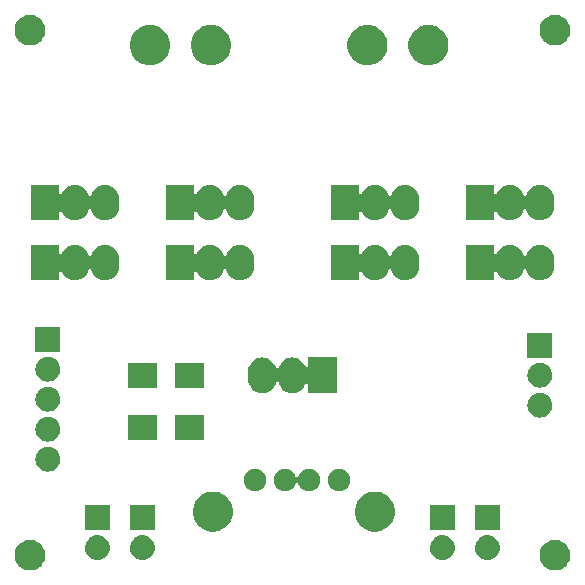
<source format=gbr>
G04 #@! TF.GenerationSoftware,KiCad,Pcbnew,(5.0.1)-4*
G04 #@! TF.CreationDate,2018-11-27T15:03:00-07:00*
G04 #@! TF.ProjectId,robot,726F626F742E6B696361645F70636200,rev?*
G04 #@! TF.SameCoordinates,Original*
G04 #@! TF.FileFunction,Soldermask,Top*
G04 #@! TF.FilePolarity,Negative*
%FSLAX46Y46*%
G04 Gerber Fmt 4.6, Leading zero omitted, Abs format (unit mm)*
G04 Created by KiCad (PCBNEW (5.0.1)-4) date 11/27/2018 3:03:00 PM*
%MOMM*%
%LPD*%
G01*
G04 APERTURE LIST*
%ADD10C,0.100000*%
G04 APERTURE END LIST*
D10*
G36*
X156589196Y-105429958D02*
X156825780Y-105527954D01*
X157038705Y-105670226D01*
X157219774Y-105851295D01*
X157362046Y-106064220D01*
X157460042Y-106300804D01*
X157510000Y-106551960D01*
X157510000Y-106808040D01*
X157460042Y-107059196D01*
X157362046Y-107295780D01*
X157219774Y-107508705D01*
X157038705Y-107689774D01*
X156825780Y-107832046D01*
X156589196Y-107930042D01*
X156338040Y-107980000D01*
X156081960Y-107980000D01*
X155830804Y-107930042D01*
X155594220Y-107832046D01*
X155381295Y-107689774D01*
X155200226Y-107508705D01*
X155057954Y-107295780D01*
X154959958Y-107059196D01*
X154910000Y-106808040D01*
X154910000Y-106551960D01*
X154959958Y-106300804D01*
X155057954Y-106064220D01*
X155200226Y-105851295D01*
X155381295Y-105670226D01*
X155594220Y-105527954D01*
X155830804Y-105429958D01*
X156081960Y-105380000D01*
X156338040Y-105380000D01*
X156589196Y-105429958D01*
X156589196Y-105429958D01*
G37*
G36*
X112139196Y-105429958D02*
X112375780Y-105527954D01*
X112588705Y-105670226D01*
X112769774Y-105851295D01*
X112912046Y-106064220D01*
X113010042Y-106300804D01*
X113060000Y-106551960D01*
X113060000Y-106808040D01*
X113010042Y-107059196D01*
X112912046Y-107295780D01*
X112769774Y-107508705D01*
X112588705Y-107689774D01*
X112375780Y-107832046D01*
X112139196Y-107930042D01*
X111888040Y-107980000D01*
X111631960Y-107980000D01*
X111380804Y-107930042D01*
X111144220Y-107832046D01*
X110931295Y-107689774D01*
X110750226Y-107508705D01*
X110607954Y-107295780D01*
X110509958Y-107059196D01*
X110460000Y-106808040D01*
X110460000Y-106551960D01*
X110509958Y-106300804D01*
X110607954Y-106064220D01*
X110750226Y-105851295D01*
X110931295Y-105670226D01*
X111144220Y-105527954D01*
X111380804Y-105429958D01*
X111631960Y-105380000D01*
X111888040Y-105380000D01*
X112139196Y-105429958D01*
X112139196Y-105429958D01*
G37*
G36*
X121413707Y-105002596D02*
X121490836Y-105010193D01*
X121622787Y-105050220D01*
X121688763Y-105070233D01*
X121871172Y-105167733D01*
X122031054Y-105298946D01*
X122162267Y-105458828D01*
X122259767Y-105641237D01*
X122279780Y-105707213D01*
X122319807Y-105839164D01*
X122340080Y-106045000D01*
X122319807Y-106250836D01*
X122304649Y-106300804D01*
X122259767Y-106448763D01*
X122162267Y-106631172D01*
X122031054Y-106791054D01*
X121871172Y-106922267D01*
X121688763Y-107019767D01*
X121622787Y-107039780D01*
X121490836Y-107079807D01*
X121413707Y-107087404D01*
X121336580Y-107095000D01*
X121233420Y-107095000D01*
X121156293Y-107087404D01*
X121079164Y-107079807D01*
X120947213Y-107039780D01*
X120881237Y-107019767D01*
X120698828Y-106922267D01*
X120538946Y-106791054D01*
X120407733Y-106631172D01*
X120310233Y-106448763D01*
X120265351Y-106300804D01*
X120250193Y-106250836D01*
X120229920Y-106045000D01*
X120250193Y-105839164D01*
X120290220Y-105707213D01*
X120310233Y-105641237D01*
X120407733Y-105458828D01*
X120538946Y-105298946D01*
X120698828Y-105167733D01*
X120881237Y-105070233D01*
X120947213Y-105050220D01*
X121079164Y-105010193D01*
X121156293Y-105002596D01*
X121233420Y-104995000D01*
X121336580Y-104995000D01*
X121413707Y-105002596D01*
X121413707Y-105002596D01*
G37*
G36*
X117603707Y-105002596D02*
X117680836Y-105010193D01*
X117812787Y-105050220D01*
X117878763Y-105070233D01*
X118061172Y-105167733D01*
X118221054Y-105298946D01*
X118352267Y-105458828D01*
X118449767Y-105641237D01*
X118469780Y-105707213D01*
X118509807Y-105839164D01*
X118530080Y-106045000D01*
X118509807Y-106250836D01*
X118494649Y-106300804D01*
X118449767Y-106448763D01*
X118352267Y-106631172D01*
X118221054Y-106791054D01*
X118061172Y-106922267D01*
X117878763Y-107019767D01*
X117812787Y-107039780D01*
X117680836Y-107079807D01*
X117603707Y-107087404D01*
X117526580Y-107095000D01*
X117423420Y-107095000D01*
X117346293Y-107087404D01*
X117269164Y-107079807D01*
X117137213Y-107039780D01*
X117071237Y-107019767D01*
X116888828Y-106922267D01*
X116728946Y-106791054D01*
X116597733Y-106631172D01*
X116500233Y-106448763D01*
X116455351Y-106300804D01*
X116440193Y-106250836D01*
X116419920Y-106045000D01*
X116440193Y-105839164D01*
X116480220Y-105707213D01*
X116500233Y-105641237D01*
X116597733Y-105458828D01*
X116728946Y-105298946D01*
X116888828Y-105167733D01*
X117071237Y-105070233D01*
X117137213Y-105050220D01*
X117269164Y-105010193D01*
X117346293Y-105002596D01*
X117423420Y-104995000D01*
X117526580Y-104995000D01*
X117603707Y-105002596D01*
X117603707Y-105002596D01*
G37*
G36*
X146813707Y-105002596D02*
X146890836Y-105010193D01*
X147022787Y-105050220D01*
X147088763Y-105070233D01*
X147271172Y-105167733D01*
X147431054Y-105298946D01*
X147562267Y-105458828D01*
X147659767Y-105641237D01*
X147679780Y-105707213D01*
X147719807Y-105839164D01*
X147740080Y-106045000D01*
X147719807Y-106250836D01*
X147704649Y-106300804D01*
X147659767Y-106448763D01*
X147562267Y-106631172D01*
X147431054Y-106791054D01*
X147271172Y-106922267D01*
X147088763Y-107019767D01*
X147022787Y-107039780D01*
X146890836Y-107079807D01*
X146813707Y-107087404D01*
X146736580Y-107095000D01*
X146633420Y-107095000D01*
X146556293Y-107087404D01*
X146479164Y-107079807D01*
X146347213Y-107039780D01*
X146281237Y-107019767D01*
X146098828Y-106922267D01*
X145938946Y-106791054D01*
X145807733Y-106631172D01*
X145710233Y-106448763D01*
X145665351Y-106300804D01*
X145650193Y-106250836D01*
X145629920Y-106045000D01*
X145650193Y-105839164D01*
X145690220Y-105707213D01*
X145710233Y-105641237D01*
X145807733Y-105458828D01*
X145938946Y-105298946D01*
X146098828Y-105167733D01*
X146281237Y-105070233D01*
X146347213Y-105050220D01*
X146479164Y-105010193D01*
X146556293Y-105002596D01*
X146633420Y-104995000D01*
X146736580Y-104995000D01*
X146813707Y-105002596D01*
X146813707Y-105002596D01*
G37*
G36*
X150623707Y-105002596D02*
X150700836Y-105010193D01*
X150832787Y-105050220D01*
X150898763Y-105070233D01*
X151081172Y-105167733D01*
X151241054Y-105298946D01*
X151372267Y-105458828D01*
X151469767Y-105641237D01*
X151489780Y-105707213D01*
X151529807Y-105839164D01*
X151550080Y-106045000D01*
X151529807Y-106250836D01*
X151514649Y-106300804D01*
X151469767Y-106448763D01*
X151372267Y-106631172D01*
X151241054Y-106791054D01*
X151081172Y-106922267D01*
X150898763Y-107019767D01*
X150832787Y-107039780D01*
X150700836Y-107079807D01*
X150623707Y-107087404D01*
X150546580Y-107095000D01*
X150443420Y-107095000D01*
X150366293Y-107087404D01*
X150289164Y-107079807D01*
X150157213Y-107039780D01*
X150091237Y-107019767D01*
X149908828Y-106922267D01*
X149748946Y-106791054D01*
X149617733Y-106631172D01*
X149520233Y-106448763D01*
X149475351Y-106300804D01*
X149460193Y-106250836D01*
X149439920Y-106045000D01*
X149460193Y-105839164D01*
X149500220Y-105707213D01*
X149520233Y-105641237D01*
X149617733Y-105458828D01*
X149748946Y-105298946D01*
X149908828Y-105167733D01*
X150091237Y-105070233D01*
X150157213Y-105050220D01*
X150289164Y-105010193D01*
X150366293Y-105002596D01*
X150443420Y-104995000D01*
X150546580Y-104995000D01*
X150623707Y-105002596D01*
X150623707Y-105002596D01*
G37*
G36*
X127636393Y-101343553D02*
X127745872Y-101365330D01*
X128055252Y-101493479D01*
X128333687Y-101679523D01*
X128570477Y-101916313D01*
X128756521Y-102194748D01*
X128884670Y-102504128D01*
X128950000Y-102832565D01*
X128950000Y-103167435D01*
X128884670Y-103495872D01*
X128756521Y-103805252D01*
X128570477Y-104083687D01*
X128333687Y-104320477D01*
X128055252Y-104506521D01*
X127745872Y-104634670D01*
X127636393Y-104656447D01*
X127417437Y-104700000D01*
X127082563Y-104700000D01*
X126863607Y-104656447D01*
X126754128Y-104634670D01*
X126444748Y-104506521D01*
X126166313Y-104320477D01*
X125929523Y-104083687D01*
X125743479Y-103805252D01*
X125615330Y-103495872D01*
X125550000Y-103167435D01*
X125550000Y-102832565D01*
X125615330Y-102504128D01*
X125743479Y-102194748D01*
X125929523Y-101916313D01*
X126166313Y-101679523D01*
X126444748Y-101493479D01*
X126754128Y-101365330D01*
X126863607Y-101343553D01*
X127082563Y-101300000D01*
X127417437Y-101300000D01*
X127636393Y-101343553D01*
X127636393Y-101343553D01*
G37*
G36*
X141356393Y-101343553D02*
X141465872Y-101365330D01*
X141775252Y-101493479D01*
X142053687Y-101679523D01*
X142290477Y-101916313D01*
X142476521Y-102194748D01*
X142604670Y-102504128D01*
X142670000Y-102832565D01*
X142670000Y-103167435D01*
X142604670Y-103495872D01*
X142476521Y-103805252D01*
X142290477Y-104083687D01*
X142053687Y-104320477D01*
X141775252Y-104506521D01*
X141465872Y-104634670D01*
X141356393Y-104656447D01*
X141137437Y-104700000D01*
X140802563Y-104700000D01*
X140583607Y-104656447D01*
X140474128Y-104634670D01*
X140164748Y-104506521D01*
X139886313Y-104320477D01*
X139649523Y-104083687D01*
X139463479Y-103805252D01*
X139335330Y-103495872D01*
X139270000Y-103167435D01*
X139270000Y-102832565D01*
X139335330Y-102504128D01*
X139463479Y-102194748D01*
X139649523Y-101916313D01*
X139886313Y-101679523D01*
X140164748Y-101493479D01*
X140474128Y-101365330D01*
X140583607Y-101343553D01*
X140802563Y-101300000D01*
X141137437Y-101300000D01*
X141356393Y-101343553D01*
X141356393Y-101343553D01*
G37*
G36*
X147735000Y-104555000D02*
X145635000Y-104555000D01*
X145635000Y-102455000D01*
X147735000Y-102455000D01*
X147735000Y-104555000D01*
X147735000Y-104555000D01*
G37*
G36*
X151545000Y-104555000D02*
X149445000Y-104555000D01*
X149445000Y-102455000D01*
X151545000Y-102455000D01*
X151545000Y-104555000D01*
X151545000Y-104555000D01*
G37*
G36*
X118525000Y-104555000D02*
X116425000Y-104555000D01*
X116425000Y-102455000D01*
X118525000Y-102455000D01*
X118525000Y-104555000D01*
X118525000Y-104555000D01*
G37*
G36*
X122335000Y-104555000D02*
X120235000Y-104555000D01*
X120235000Y-102455000D01*
X122335000Y-102455000D01*
X122335000Y-104555000D01*
X122335000Y-104555000D01*
G37*
G36*
X138059451Y-99389127D02*
X138197105Y-99416508D01*
X138369994Y-99488121D01*
X138525590Y-99592087D01*
X138657913Y-99724410D01*
X138761879Y-99880006D01*
X138833492Y-100052895D01*
X138870000Y-100236433D01*
X138870000Y-100423567D01*
X138833492Y-100607105D01*
X138761879Y-100779994D01*
X138657913Y-100935590D01*
X138525590Y-101067913D01*
X138369994Y-101171879D01*
X138197105Y-101243492D01*
X138059451Y-101270873D01*
X138013568Y-101280000D01*
X137826432Y-101280000D01*
X137780549Y-101270873D01*
X137642895Y-101243492D01*
X137470006Y-101171879D01*
X137314410Y-101067913D01*
X137182087Y-100935590D01*
X137078121Y-100779994D01*
X137006508Y-100607105D01*
X136970000Y-100423567D01*
X136970000Y-100236433D01*
X137006508Y-100052895D01*
X137078121Y-99880006D01*
X137182087Y-99724410D01*
X137314410Y-99592087D01*
X137470006Y-99488121D01*
X137642895Y-99416508D01*
X137780549Y-99389127D01*
X137826432Y-99380000D01*
X138013568Y-99380000D01*
X138059451Y-99389127D01*
X138059451Y-99389127D01*
G37*
G36*
X130949451Y-99389127D02*
X131087105Y-99416508D01*
X131259994Y-99488121D01*
X131415590Y-99592087D01*
X131547913Y-99724410D01*
X131651879Y-99880006D01*
X131723492Y-100052895D01*
X131760000Y-100236433D01*
X131760000Y-100423567D01*
X131723492Y-100607105D01*
X131651879Y-100779994D01*
X131547913Y-100935590D01*
X131415590Y-101067913D01*
X131259994Y-101171879D01*
X131087105Y-101243492D01*
X130949451Y-101270873D01*
X130903568Y-101280000D01*
X130716432Y-101280000D01*
X130670549Y-101270873D01*
X130532895Y-101243492D01*
X130360006Y-101171879D01*
X130204410Y-101067913D01*
X130072087Y-100935590D01*
X129968121Y-100779994D01*
X129896508Y-100607105D01*
X129860000Y-100423567D01*
X129860000Y-100236433D01*
X129896508Y-100052895D01*
X129968121Y-99880006D01*
X130072087Y-99724410D01*
X130204410Y-99592087D01*
X130360006Y-99488121D01*
X130532895Y-99416508D01*
X130670549Y-99389127D01*
X130716432Y-99380000D01*
X130903568Y-99380000D01*
X130949451Y-99389127D01*
X130949451Y-99389127D01*
G37*
G36*
X133489451Y-99389127D02*
X133627105Y-99416508D01*
X133799994Y-99488121D01*
X133955590Y-99592087D01*
X134087913Y-99724410D01*
X134191879Y-99880006D01*
X134249518Y-100019158D01*
X134261067Y-100040764D01*
X134276612Y-100059706D01*
X134295554Y-100075251D01*
X134317165Y-100086802D01*
X134340614Y-100093915D01*
X134365000Y-100096317D01*
X134389387Y-100093915D01*
X134412836Y-100086802D01*
X134434447Y-100075250D01*
X134453389Y-100059705D01*
X134468934Y-100040763D01*
X134480482Y-100019158D01*
X134538121Y-99880006D01*
X134642087Y-99724410D01*
X134774410Y-99592087D01*
X134930006Y-99488121D01*
X135102895Y-99416508D01*
X135240549Y-99389127D01*
X135286432Y-99380000D01*
X135473568Y-99380000D01*
X135519451Y-99389127D01*
X135657105Y-99416508D01*
X135829994Y-99488121D01*
X135985590Y-99592087D01*
X136117913Y-99724410D01*
X136221879Y-99880006D01*
X136293492Y-100052895D01*
X136330000Y-100236433D01*
X136330000Y-100423567D01*
X136293492Y-100607105D01*
X136221879Y-100779994D01*
X136117913Y-100935590D01*
X135985590Y-101067913D01*
X135829994Y-101171879D01*
X135657105Y-101243492D01*
X135519451Y-101270873D01*
X135473568Y-101280000D01*
X135286432Y-101280000D01*
X135240549Y-101270873D01*
X135102895Y-101243492D01*
X134930006Y-101171879D01*
X134774410Y-101067913D01*
X134642087Y-100935590D01*
X134538121Y-100779994D01*
X134480482Y-100640842D01*
X134468933Y-100619236D01*
X134453388Y-100600294D01*
X134434446Y-100584749D01*
X134412835Y-100573198D01*
X134389386Y-100566085D01*
X134365000Y-100563683D01*
X134340613Y-100566085D01*
X134317164Y-100573198D01*
X134295553Y-100584750D01*
X134276611Y-100600295D01*
X134261066Y-100619237D01*
X134249518Y-100640842D01*
X134191879Y-100779994D01*
X134087913Y-100935590D01*
X133955590Y-101067913D01*
X133799994Y-101171879D01*
X133627105Y-101243492D01*
X133489451Y-101270873D01*
X133443568Y-101280000D01*
X133256432Y-101280000D01*
X133210549Y-101270873D01*
X133072895Y-101243492D01*
X132900006Y-101171879D01*
X132744410Y-101067913D01*
X132612087Y-100935590D01*
X132508121Y-100779994D01*
X132436508Y-100607105D01*
X132400000Y-100423567D01*
X132400000Y-100236433D01*
X132436508Y-100052895D01*
X132508121Y-99880006D01*
X132612087Y-99724410D01*
X132744410Y-99592087D01*
X132900006Y-99488121D01*
X133072895Y-99416508D01*
X133210549Y-99389127D01*
X133256432Y-99380000D01*
X133443568Y-99380000D01*
X133489451Y-99389127D01*
X133489451Y-99389127D01*
G37*
G36*
X113412707Y-97509596D02*
X113489836Y-97517193D01*
X113621787Y-97557220D01*
X113687763Y-97577233D01*
X113870172Y-97674733D01*
X114030054Y-97805946D01*
X114161267Y-97965828D01*
X114258767Y-98148237D01*
X114258767Y-98148238D01*
X114318807Y-98346164D01*
X114339080Y-98552000D01*
X114318807Y-98757836D01*
X114278780Y-98889787D01*
X114258767Y-98955763D01*
X114161267Y-99138172D01*
X114030054Y-99298054D01*
X113870172Y-99429267D01*
X113687763Y-99526767D01*
X113621787Y-99546780D01*
X113489836Y-99586807D01*
X113412707Y-99594403D01*
X113335580Y-99602000D01*
X113232420Y-99602000D01*
X113155293Y-99594403D01*
X113078164Y-99586807D01*
X112946213Y-99546780D01*
X112880237Y-99526767D01*
X112697828Y-99429267D01*
X112537946Y-99298054D01*
X112406733Y-99138172D01*
X112309233Y-98955763D01*
X112289220Y-98889787D01*
X112249193Y-98757836D01*
X112228920Y-98552000D01*
X112249193Y-98346164D01*
X112309233Y-98148238D01*
X112309233Y-98148237D01*
X112406733Y-97965828D01*
X112537946Y-97805946D01*
X112697828Y-97674733D01*
X112880237Y-97577233D01*
X112946213Y-97557220D01*
X113078164Y-97517193D01*
X113155293Y-97509596D01*
X113232420Y-97502000D01*
X113335580Y-97502000D01*
X113412707Y-97509596D01*
X113412707Y-97509596D01*
G37*
G36*
X113412707Y-94969596D02*
X113489836Y-94977193D01*
X113613833Y-95014807D01*
X113687763Y-95037233D01*
X113870172Y-95134733D01*
X114030054Y-95265946D01*
X114161267Y-95425828D01*
X114258767Y-95608237D01*
X114258767Y-95608238D01*
X114318807Y-95806164D01*
X114339080Y-96012000D01*
X114318807Y-96217836D01*
X114278780Y-96349787D01*
X114258767Y-96415763D01*
X114161267Y-96598172D01*
X114030054Y-96758054D01*
X113870172Y-96889267D01*
X113687763Y-96986767D01*
X113621787Y-97006780D01*
X113489836Y-97046807D01*
X113412707Y-97054403D01*
X113335580Y-97062000D01*
X113232420Y-97062000D01*
X113155293Y-97054403D01*
X113078164Y-97046807D01*
X112946213Y-97006780D01*
X112880237Y-96986767D01*
X112697828Y-96889267D01*
X112537946Y-96758054D01*
X112406733Y-96598172D01*
X112309233Y-96415763D01*
X112289220Y-96349787D01*
X112249193Y-96217836D01*
X112228920Y-96012000D01*
X112249193Y-95806164D01*
X112309233Y-95608238D01*
X112309233Y-95608237D01*
X112406733Y-95425828D01*
X112537946Y-95265946D01*
X112697828Y-95134733D01*
X112880237Y-95037233D01*
X112954167Y-95014807D01*
X113078164Y-94977193D01*
X113155293Y-94969596D01*
X113232420Y-94962000D01*
X113335580Y-94962000D01*
X113412707Y-94969596D01*
X113412707Y-94969596D01*
G37*
G36*
X126485000Y-96935000D02*
X124085000Y-96935000D01*
X124085000Y-94835000D01*
X126485000Y-94835000D01*
X126485000Y-96935000D01*
X126485000Y-96935000D01*
G37*
G36*
X122485000Y-96935000D02*
X120085000Y-96935000D01*
X120085000Y-94835000D01*
X122485000Y-94835000D01*
X122485000Y-96935000D01*
X122485000Y-96935000D01*
G37*
G36*
X155068707Y-92937596D02*
X155145836Y-92945193D01*
X155277787Y-92985220D01*
X155343763Y-93005233D01*
X155526172Y-93102733D01*
X155686054Y-93233946D01*
X155817267Y-93393828D01*
X155914767Y-93576237D01*
X155914767Y-93576238D01*
X155974807Y-93774164D01*
X155995080Y-93980000D01*
X155974807Y-94185836D01*
X155934780Y-94317787D01*
X155914767Y-94383763D01*
X155817267Y-94566172D01*
X155686054Y-94726054D01*
X155526172Y-94857267D01*
X155343763Y-94954767D01*
X155277787Y-94974780D01*
X155145836Y-95014807D01*
X155068707Y-95022403D01*
X154991580Y-95030000D01*
X154888420Y-95030000D01*
X154811293Y-95022403D01*
X154734164Y-95014807D01*
X154602213Y-94974780D01*
X154536237Y-94954767D01*
X154353828Y-94857267D01*
X154193946Y-94726054D01*
X154062733Y-94566172D01*
X153965233Y-94383763D01*
X153945220Y-94317787D01*
X153905193Y-94185836D01*
X153884920Y-93980000D01*
X153905193Y-93774164D01*
X153965233Y-93576238D01*
X153965233Y-93576237D01*
X154062733Y-93393828D01*
X154193946Y-93233946D01*
X154353828Y-93102733D01*
X154536237Y-93005233D01*
X154602213Y-92985220D01*
X154734164Y-92945193D01*
X154811293Y-92937596D01*
X154888420Y-92930000D01*
X154991580Y-92930000D01*
X155068707Y-92937596D01*
X155068707Y-92937596D01*
G37*
G36*
X113412707Y-92429597D02*
X113489836Y-92437193D01*
X113613833Y-92474807D01*
X113687763Y-92497233D01*
X113870172Y-92594733D01*
X114030054Y-92725946D01*
X114161267Y-92885828D01*
X114258767Y-93068237D01*
X114258767Y-93068238D01*
X114318807Y-93266164D01*
X114339080Y-93472000D01*
X114318807Y-93677836D01*
X114289586Y-93774164D01*
X114258767Y-93875763D01*
X114161267Y-94058172D01*
X114030054Y-94218054D01*
X113870172Y-94349267D01*
X113687763Y-94446767D01*
X113621787Y-94466780D01*
X113489836Y-94506807D01*
X113412707Y-94514403D01*
X113335580Y-94522000D01*
X113232420Y-94522000D01*
X113155293Y-94514403D01*
X113078164Y-94506807D01*
X112946213Y-94466780D01*
X112880237Y-94446767D01*
X112697828Y-94349267D01*
X112537946Y-94218054D01*
X112406733Y-94058172D01*
X112309233Y-93875763D01*
X112278414Y-93774164D01*
X112249193Y-93677836D01*
X112228920Y-93472000D01*
X112249193Y-93266164D01*
X112309233Y-93068238D01*
X112309233Y-93068237D01*
X112406733Y-92885828D01*
X112537946Y-92725946D01*
X112697828Y-92594733D01*
X112880237Y-92497233D01*
X112954167Y-92474807D01*
X113078164Y-92437193D01*
X113155293Y-92429597D01*
X113232420Y-92422000D01*
X113335580Y-92422000D01*
X113412707Y-92429597D01*
X113412707Y-92429597D01*
G37*
G36*
X134220241Y-89957363D02*
X134446442Y-90025981D01*
X134446444Y-90025982D01*
X134446447Y-90025983D01*
X134654910Y-90137408D01*
X134837634Y-90287366D01*
X134987592Y-90470090D01*
X135089760Y-90661234D01*
X135103374Y-90681609D01*
X135120701Y-90698936D01*
X135141075Y-90712550D01*
X135163714Y-90721927D01*
X135187748Y-90726708D01*
X135212252Y-90726708D01*
X135236285Y-90721928D01*
X135258924Y-90712550D01*
X135279299Y-90698936D01*
X135296626Y-90681609D01*
X135310240Y-90661235D01*
X135319617Y-90638596D01*
X135324398Y-90614562D01*
X135325000Y-90602310D01*
X135325000Y-89940000D01*
X137725000Y-89940000D01*
X137725000Y-92940000D01*
X135325000Y-92940000D01*
X135325000Y-92277690D01*
X135322598Y-92253304D01*
X135315485Y-92229855D01*
X135303934Y-92208244D01*
X135288388Y-92189302D01*
X135269446Y-92173756D01*
X135247835Y-92162205D01*
X135224386Y-92155092D01*
X135200000Y-92152690D01*
X135175614Y-92155092D01*
X135152165Y-92162205D01*
X135130554Y-92173756D01*
X135111612Y-92189302D01*
X135096066Y-92208244D01*
X135089760Y-92218766D01*
X134987592Y-92409910D01*
X134837637Y-92592631D01*
X134837635Y-92592632D01*
X134837634Y-92592634D01*
X134837630Y-92592637D01*
X134654905Y-92742594D01*
X134446446Y-92854017D01*
X134446443Y-92854018D01*
X134446441Y-92854019D01*
X134220240Y-92922637D01*
X133985000Y-92945806D01*
X133749759Y-92922637D01*
X133523558Y-92854019D01*
X133523556Y-92854018D01*
X133523553Y-92854017D01*
X133315090Y-92742592D01*
X133132369Y-92592637D01*
X133132368Y-92592635D01*
X133132366Y-92592634D01*
X132982409Y-92409909D01*
X132982408Y-92409908D01*
X132982406Y-92409905D01*
X132870980Y-92201441D01*
X132834617Y-92081568D01*
X132825240Y-92058929D01*
X132811626Y-92038555D01*
X132794299Y-92021228D01*
X132773924Y-92007614D01*
X132751285Y-91998236D01*
X132727252Y-91993456D01*
X132702748Y-91993456D01*
X132678714Y-91998237D01*
X132656075Y-92007614D01*
X132635701Y-92021228D01*
X132618374Y-92038555D01*
X132604760Y-92058930D01*
X132595384Y-92081565D01*
X132595383Y-92081568D01*
X132595382Y-92081569D01*
X132559018Y-92201446D01*
X132447592Y-92409910D01*
X132297637Y-92592631D01*
X132297635Y-92592632D01*
X132297634Y-92592634D01*
X132297630Y-92592637D01*
X132114905Y-92742594D01*
X131906446Y-92854017D01*
X131906443Y-92854018D01*
X131906441Y-92854019D01*
X131680240Y-92922637D01*
X131445000Y-92945806D01*
X131209759Y-92922637D01*
X130983558Y-92854019D01*
X130983556Y-92854018D01*
X130983553Y-92854017D01*
X130775090Y-92742592D01*
X130592369Y-92592637D01*
X130592368Y-92592635D01*
X130592366Y-92592634D01*
X130442409Y-92409909D01*
X130442408Y-92409908D01*
X130442406Y-92409905D01*
X130330983Y-92201446D01*
X130327299Y-92189302D01*
X130262363Y-91975240D01*
X130245000Y-91798949D01*
X130245000Y-91081050D01*
X130262363Y-90904759D01*
X130330981Y-90678558D01*
X130330983Y-90678554D01*
X130330983Y-90678553D01*
X130442408Y-90470090D01*
X130592367Y-90287366D01*
X130775091Y-90137408D01*
X130983554Y-90025983D01*
X130983557Y-90025982D01*
X130983559Y-90025981D01*
X131209760Y-89957363D01*
X131445000Y-89934194D01*
X131680241Y-89957363D01*
X131906442Y-90025981D01*
X131906444Y-90025982D01*
X131906447Y-90025983D01*
X132114910Y-90137408D01*
X132297634Y-90287366D01*
X132447592Y-90470090D01*
X132559018Y-90678554D01*
X132595382Y-90798431D01*
X132604760Y-90821071D01*
X132618374Y-90841445D01*
X132635701Y-90858772D01*
X132656075Y-90872386D01*
X132678714Y-90881764D01*
X132702748Y-90886544D01*
X132727252Y-90886544D01*
X132751285Y-90881764D01*
X132773925Y-90872386D01*
X132794299Y-90858772D01*
X132811626Y-90841445D01*
X132825240Y-90821071D01*
X132834618Y-90798431D01*
X132870982Y-90678554D01*
X132982408Y-90470090D01*
X133132367Y-90287366D01*
X133315091Y-90137408D01*
X133523554Y-90025983D01*
X133523557Y-90025982D01*
X133523559Y-90025981D01*
X133749760Y-89957363D01*
X133985000Y-89934194D01*
X134220241Y-89957363D01*
X134220241Y-89957363D01*
G37*
G36*
X155068707Y-90397597D02*
X155145836Y-90405193D01*
X155277787Y-90445220D01*
X155343763Y-90465233D01*
X155526172Y-90562733D01*
X155686054Y-90693946D01*
X155817267Y-90853828D01*
X155914767Y-91036237D01*
X155914767Y-91036238D01*
X155974807Y-91234164D01*
X155995080Y-91440000D01*
X155974807Y-91645836D01*
X155934780Y-91777787D01*
X155914767Y-91843763D01*
X155817267Y-92026172D01*
X155686054Y-92186054D01*
X155526172Y-92317267D01*
X155343763Y-92414767D01*
X155277787Y-92434780D01*
X155145836Y-92474807D01*
X155068707Y-92482403D01*
X154991580Y-92490000D01*
X154888420Y-92490000D01*
X154811293Y-92482404D01*
X154734164Y-92474807D01*
X154602213Y-92434780D01*
X154536237Y-92414767D01*
X154353828Y-92317267D01*
X154193946Y-92186054D01*
X154062733Y-92026172D01*
X153965233Y-91843763D01*
X153945220Y-91777787D01*
X153905193Y-91645836D01*
X153884920Y-91440000D01*
X153905193Y-91234164D01*
X153965233Y-91036238D01*
X153965233Y-91036237D01*
X154062733Y-90853828D01*
X154193946Y-90693946D01*
X154353828Y-90562733D01*
X154536237Y-90465233D01*
X154602213Y-90445220D01*
X154734164Y-90405193D01*
X154811293Y-90397597D01*
X154888420Y-90390000D01*
X154991580Y-90390000D01*
X155068707Y-90397597D01*
X155068707Y-90397597D01*
G37*
G36*
X122485000Y-92490000D02*
X120085000Y-92490000D01*
X120085000Y-90390000D01*
X122485000Y-90390000D01*
X122485000Y-92490000D01*
X122485000Y-92490000D01*
G37*
G36*
X126485000Y-92490000D02*
X124085000Y-92490000D01*
X124085000Y-90390000D01*
X126485000Y-90390000D01*
X126485000Y-92490000D01*
X126485000Y-92490000D01*
G37*
G36*
X113412707Y-89889596D02*
X113489836Y-89897193D01*
X113611812Y-89934194D01*
X113687763Y-89957233D01*
X113870172Y-90054733D01*
X114030054Y-90185946D01*
X114161267Y-90345828D01*
X114258767Y-90528237D01*
X114258767Y-90528238D01*
X114318807Y-90726164D01*
X114339080Y-90932000D01*
X114318807Y-91137836D01*
X114289586Y-91234164D01*
X114258767Y-91335763D01*
X114161267Y-91518172D01*
X114030054Y-91678054D01*
X113870172Y-91809267D01*
X113687763Y-91906767D01*
X113621787Y-91926780D01*
X113489836Y-91966807D01*
X113412707Y-91974403D01*
X113335580Y-91982000D01*
X113232420Y-91982000D01*
X113155293Y-91974403D01*
X113078164Y-91966807D01*
X112946213Y-91926780D01*
X112880237Y-91906767D01*
X112697828Y-91809267D01*
X112537946Y-91678054D01*
X112406733Y-91518172D01*
X112309233Y-91335763D01*
X112278414Y-91234164D01*
X112249193Y-91137836D01*
X112228920Y-90932000D01*
X112249193Y-90726164D01*
X112309233Y-90528238D01*
X112309233Y-90528237D01*
X112406733Y-90345828D01*
X112537946Y-90185946D01*
X112697828Y-90054733D01*
X112880237Y-89957233D01*
X112956188Y-89934194D01*
X113078164Y-89897193D01*
X113155293Y-89889596D01*
X113232420Y-89882000D01*
X113335580Y-89882000D01*
X113412707Y-89889596D01*
X113412707Y-89889596D01*
G37*
G36*
X155990000Y-89950000D02*
X153890000Y-89950000D01*
X153890000Y-87850000D01*
X155990000Y-87850000D01*
X155990000Y-89950000D01*
X155990000Y-89950000D01*
G37*
G36*
X114334000Y-89442000D02*
X112234000Y-89442000D01*
X112234000Y-87342000D01*
X114334000Y-87342000D01*
X114334000Y-89442000D01*
X114334000Y-89442000D01*
G37*
G36*
X129775240Y-80432363D02*
X130001441Y-80500981D01*
X130001443Y-80500982D01*
X130001446Y-80500983D01*
X130209905Y-80612406D01*
X130209908Y-80612408D01*
X130209909Y-80612409D01*
X130392634Y-80762366D01*
X130392635Y-80762368D01*
X130392637Y-80762369D01*
X130542592Y-80945090D01*
X130654017Y-81153553D01*
X130654017Y-81153554D01*
X130654019Y-81153558D01*
X130722637Y-81379759D01*
X130740000Y-81556050D01*
X130740000Y-82273949D01*
X130722637Y-82450240D01*
X130697250Y-82533929D01*
X130654018Y-82676446D01*
X130542592Y-82884910D01*
X130392634Y-83067634D01*
X130209910Y-83217592D01*
X130001447Y-83329017D01*
X130001444Y-83329018D01*
X130001442Y-83329019D01*
X129775241Y-83397637D01*
X129540000Y-83420806D01*
X129304760Y-83397637D01*
X129078559Y-83329019D01*
X129078557Y-83329018D01*
X129078554Y-83329017D01*
X128870091Y-83217592D01*
X128687367Y-83067634D01*
X128537408Y-82884910D01*
X128425982Y-82676446D01*
X128389618Y-82556569D01*
X128380240Y-82533929D01*
X128366626Y-82513555D01*
X128349299Y-82496228D01*
X128328925Y-82482614D01*
X128306286Y-82473236D01*
X128282252Y-82468456D01*
X128257748Y-82468456D01*
X128233715Y-82473236D01*
X128211075Y-82482614D01*
X128190701Y-82496228D01*
X128173374Y-82513555D01*
X128159760Y-82533929D01*
X128150382Y-82556569D01*
X128114018Y-82676446D01*
X128002592Y-82884910D01*
X127852634Y-83067634D01*
X127669910Y-83217592D01*
X127461447Y-83329017D01*
X127461444Y-83329018D01*
X127461442Y-83329019D01*
X127235241Y-83397637D01*
X127000000Y-83420806D01*
X126764760Y-83397637D01*
X126538559Y-83329019D01*
X126538557Y-83329018D01*
X126538554Y-83329017D01*
X126330091Y-83217592D01*
X126147367Y-83067634D01*
X125997408Y-82884910D01*
X125895240Y-82693766D01*
X125881626Y-82673391D01*
X125864299Y-82656064D01*
X125843925Y-82642450D01*
X125821286Y-82633073D01*
X125797252Y-82628292D01*
X125772748Y-82628292D01*
X125748715Y-82633072D01*
X125726076Y-82642450D01*
X125705701Y-82656064D01*
X125688374Y-82673391D01*
X125674760Y-82693765D01*
X125665383Y-82716404D01*
X125660602Y-82740438D01*
X125660000Y-82752690D01*
X125660000Y-83415000D01*
X123260000Y-83415000D01*
X123260000Y-80415000D01*
X125660000Y-80415000D01*
X125660000Y-81077311D01*
X125662402Y-81101697D01*
X125669515Y-81125146D01*
X125681066Y-81146757D01*
X125696612Y-81165699D01*
X125715554Y-81181245D01*
X125737165Y-81192796D01*
X125760614Y-81199909D01*
X125785000Y-81202311D01*
X125809386Y-81199909D01*
X125832835Y-81192796D01*
X125854446Y-81181245D01*
X125873388Y-81165699D01*
X125888934Y-81146757D01*
X125895240Y-81136235D01*
X125997406Y-80945095D01*
X126147364Y-80762369D01*
X126147366Y-80762366D01*
X126147368Y-80762365D01*
X126147369Y-80762363D01*
X126330090Y-80612408D01*
X126538553Y-80500983D01*
X126538556Y-80500982D01*
X126538558Y-80500981D01*
X126764759Y-80432363D01*
X127000000Y-80409194D01*
X127235240Y-80432363D01*
X127461441Y-80500981D01*
X127461443Y-80500982D01*
X127461446Y-80500983D01*
X127669905Y-80612406D01*
X127669908Y-80612408D01*
X127669909Y-80612409D01*
X127852634Y-80762366D01*
X127852635Y-80762368D01*
X127852637Y-80762369D01*
X128002592Y-80945090D01*
X128114018Y-81153554D01*
X128117702Y-81165699D01*
X128150384Y-81273435D01*
X128159760Y-81296071D01*
X128173374Y-81316445D01*
X128190701Y-81333772D01*
X128211075Y-81347386D01*
X128233714Y-81356764D01*
X128257748Y-81361544D01*
X128282252Y-81361544D01*
X128306285Y-81356764D01*
X128328925Y-81347386D01*
X128349299Y-81333772D01*
X128366626Y-81316445D01*
X128380240Y-81296071D01*
X128389617Y-81273432D01*
X128425980Y-81153559D01*
X128537406Y-80945095D01*
X128687364Y-80762369D01*
X128687366Y-80762366D01*
X128687368Y-80762365D01*
X128687369Y-80762363D01*
X128870090Y-80612408D01*
X129078553Y-80500983D01*
X129078556Y-80500982D01*
X129078558Y-80500981D01*
X129304759Y-80432363D01*
X129540000Y-80409194D01*
X129775240Y-80432363D01*
X129775240Y-80432363D01*
G37*
G36*
X143745240Y-80432363D02*
X143971441Y-80500981D01*
X143971443Y-80500982D01*
X143971446Y-80500983D01*
X144179905Y-80612406D01*
X144179908Y-80612408D01*
X144179909Y-80612409D01*
X144362634Y-80762366D01*
X144362635Y-80762368D01*
X144362637Y-80762369D01*
X144512592Y-80945090D01*
X144624017Y-81153553D01*
X144624017Y-81153554D01*
X144624019Y-81153558D01*
X144692637Y-81379759D01*
X144710000Y-81556050D01*
X144710000Y-82273949D01*
X144692637Y-82450240D01*
X144667250Y-82533929D01*
X144624018Y-82676446D01*
X144512592Y-82884910D01*
X144362634Y-83067634D01*
X144179910Y-83217592D01*
X143971447Y-83329017D01*
X143971444Y-83329018D01*
X143971442Y-83329019D01*
X143745241Y-83397637D01*
X143510000Y-83420806D01*
X143274760Y-83397637D01*
X143048559Y-83329019D01*
X143048557Y-83329018D01*
X143048554Y-83329017D01*
X142840091Y-83217592D01*
X142657367Y-83067634D01*
X142507408Y-82884910D01*
X142395982Y-82676446D01*
X142359618Y-82556569D01*
X142350240Y-82533929D01*
X142336626Y-82513555D01*
X142319299Y-82496228D01*
X142298925Y-82482614D01*
X142276286Y-82473236D01*
X142252252Y-82468456D01*
X142227748Y-82468456D01*
X142203715Y-82473236D01*
X142181075Y-82482614D01*
X142160701Y-82496228D01*
X142143374Y-82513555D01*
X142129760Y-82533929D01*
X142120382Y-82556569D01*
X142084018Y-82676446D01*
X141972592Y-82884910D01*
X141822634Y-83067634D01*
X141639910Y-83217592D01*
X141431447Y-83329017D01*
X141431444Y-83329018D01*
X141431442Y-83329019D01*
X141205241Y-83397637D01*
X140970000Y-83420806D01*
X140734760Y-83397637D01*
X140508559Y-83329019D01*
X140508557Y-83329018D01*
X140508554Y-83329017D01*
X140300091Y-83217592D01*
X140117367Y-83067634D01*
X139967408Y-82884910D01*
X139865240Y-82693766D01*
X139851626Y-82673391D01*
X139834299Y-82656064D01*
X139813925Y-82642450D01*
X139791286Y-82633073D01*
X139767252Y-82628292D01*
X139742748Y-82628292D01*
X139718715Y-82633072D01*
X139696076Y-82642450D01*
X139675701Y-82656064D01*
X139658374Y-82673391D01*
X139644760Y-82693765D01*
X139635383Y-82716404D01*
X139630602Y-82740438D01*
X139630000Y-82752690D01*
X139630000Y-83415000D01*
X137230000Y-83415000D01*
X137230000Y-80415000D01*
X139630000Y-80415000D01*
X139630000Y-81077311D01*
X139632402Y-81101697D01*
X139639515Y-81125146D01*
X139651066Y-81146757D01*
X139666612Y-81165699D01*
X139685554Y-81181245D01*
X139707165Y-81192796D01*
X139730614Y-81199909D01*
X139755000Y-81202311D01*
X139779386Y-81199909D01*
X139802835Y-81192796D01*
X139824446Y-81181245D01*
X139843388Y-81165699D01*
X139858934Y-81146757D01*
X139865240Y-81136235D01*
X139967406Y-80945095D01*
X140117364Y-80762369D01*
X140117366Y-80762366D01*
X140117368Y-80762365D01*
X140117369Y-80762363D01*
X140300090Y-80612408D01*
X140508553Y-80500983D01*
X140508556Y-80500982D01*
X140508558Y-80500981D01*
X140734759Y-80432363D01*
X140970000Y-80409194D01*
X141205240Y-80432363D01*
X141431441Y-80500981D01*
X141431443Y-80500982D01*
X141431446Y-80500983D01*
X141639905Y-80612406D01*
X141639908Y-80612408D01*
X141639909Y-80612409D01*
X141822634Y-80762366D01*
X141822635Y-80762368D01*
X141822637Y-80762369D01*
X141972592Y-80945090D01*
X142084018Y-81153554D01*
X142087702Y-81165699D01*
X142120384Y-81273435D01*
X142129760Y-81296071D01*
X142143374Y-81316445D01*
X142160701Y-81333772D01*
X142181075Y-81347386D01*
X142203714Y-81356764D01*
X142227748Y-81361544D01*
X142252252Y-81361544D01*
X142276285Y-81356764D01*
X142298925Y-81347386D01*
X142319299Y-81333772D01*
X142336626Y-81316445D01*
X142350240Y-81296071D01*
X142359617Y-81273432D01*
X142395980Y-81153559D01*
X142507406Y-80945095D01*
X142657364Y-80762369D01*
X142657366Y-80762366D01*
X142657368Y-80762365D01*
X142657369Y-80762363D01*
X142840090Y-80612408D01*
X143048553Y-80500983D01*
X143048556Y-80500982D01*
X143048558Y-80500981D01*
X143274759Y-80432363D01*
X143510000Y-80409194D01*
X143745240Y-80432363D01*
X143745240Y-80432363D01*
G37*
G36*
X155175240Y-80432363D02*
X155401441Y-80500981D01*
X155401443Y-80500982D01*
X155401446Y-80500983D01*
X155609905Y-80612406D01*
X155609908Y-80612408D01*
X155609909Y-80612409D01*
X155792634Y-80762366D01*
X155792635Y-80762368D01*
X155792637Y-80762369D01*
X155942592Y-80945090D01*
X156054017Y-81153553D01*
X156054017Y-81153554D01*
X156054019Y-81153558D01*
X156122637Y-81379759D01*
X156140000Y-81556050D01*
X156140000Y-82273949D01*
X156122637Y-82450240D01*
X156097250Y-82533929D01*
X156054018Y-82676446D01*
X155942592Y-82884910D01*
X155792634Y-83067634D01*
X155609910Y-83217592D01*
X155401447Y-83329017D01*
X155401444Y-83329018D01*
X155401442Y-83329019D01*
X155175241Y-83397637D01*
X154940000Y-83420806D01*
X154704760Y-83397637D01*
X154478559Y-83329019D01*
X154478557Y-83329018D01*
X154478554Y-83329017D01*
X154270091Y-83217592D01*
X154087367Y-83067634D01*
X153937408Y-82884910D01*
X153825982Y-82676446D01*
X153789618Y-82556569D01*
X153780240Y-82533929D01*
X153766626Y-82513555D01*
X153749299Y-82496228D01*
X153728925Y-82482614D01*
X153706286Y-82473236D01*
X153682252Y-82468456D01*
X153657748Y-82468456D01*
X153633715Y-82473236D01*
X153611075Y-82482614D01*
X153590701Y-82496228D01*
X153573374Y-82513555D01*
X153559760Y-82533929D01*
X153550382Y-82556569D01*
X153514018Y-82676446D01*
X153402592Y-82884910D01*
X153252634Y-83067634D01*
X153069910Y-83217592D01*
X152861447Y-83329017D01*
X152861444Y-83329018D01*
X152861442Y-83329019D01*
X152635241Y-83397637D01*
X152400000Y-83420806D01*
X152164760Y-83397637D01*
X151938559Y-83329019D01*
X151938557Y-83329018D01*
X151938554Y-83329017D01*
X151730091Y-83217592D01*
X151547367Y-83067634D01*
X151397408Y-82884910D01*
X151295240Y-82693766D01*
X151281626Y-82673391D01*
X151264299Y-82656064D01*
X151243925Y-82642450D01*
X151221286Y-82633073D01*
X151197252Y-82628292D01*
X151172748Y-82628292D01*
X151148715Y-82633072D01*
X151126076Y-82642450D01*
X151105701Y-82656064D01*
X151088374Y-82673391D01*
X151074760Y-82693765D01*
X151065383Y-82716404D01*
X151060602Y-82740438D01*
X151060000Y-82752690D01*
X151060000Y-83415000D01*
X148660000Y-83415000D01*
X148660000Y-80415000D01*
X151060000Y-80415000D01*
X151060000Y-81077311D01*
X151062402Y-81101697D01*
X151069515Y-81125146D01*
X151081066Y-81146757D01*
X151096612Y-81165699D01*
X151115554Y-81181245D01*
X151137165Y-81192796D01*
X151160614Y-81199909D01*
X151185000Y-81202311D01*
X151209386Y-81199909D01*
X151232835Y-81192796D01*
X151254446Y-81181245D01*
X151273388Y-81165699D01*
X151288934Y-81146757D01*
X151295240Y-81136235D01*
X151397406Y-80945095D01*
X151547364Y-80762369D01*
X151547366Y-80762366D01*
X151547368Y-80762365D01*
X151547369Y-80762363D01*
X151730090Y-80612408D01*
X151938553Y-80500983D01*
X151938556Y-80500982D01*
X151938558Y-80500981D01*
X152164759Y-80432363D01*
X152400000Y-80409194D01*
X152635240Y-80432363D01*
X152861441Y-80500981D01*
X152861443Y-80500982D01*
X152861446Y-80500983D01*
X153069905Y-80612406D01*
X153069908Y-80612408D01*
X153069909Y-80612409D01*
X153252634Y-80762366D01*
X153252635Y-80762368D01*
X153252637Y-80762369D01*
X153402592Y-80945090D01*
X153514018Y-81153554D01*
X153517702Y-81165699D01*
X153550384Y-81273435D01*
X153559760Y-81296071D01*
X153573374Y-81316445D01*
X153590701Y-81333772D01*
X153611075Y-81347386D01*
X153633714Y-81356764D01*
X153657748Y-81361544D01*
X153682252Y-81361544D01*
X153706285Y-81356764D01*
X153728925Y-81347386D01*
X153749299Y-81333772D01*
X153766626Y-81316445D01*
X153780240Y-81296071D01*
X153789617Y-81273432D01*
X153825980Y-81153559D01*
X153937406Y-80945095D01*
X154087364Y-80762369D01*
X154087366Y-80762366D01*
X154087368Y-80762365D01*
X154087369Y-80762363D01*
X154270090Y-80612408D01*
X154478553Y-80500983D01*
X154478556Y-80500982D01*
X154478558Y-80500981D01*
X154704759Y-80432363D01*
X154940000Y-80409194D01*
X155175240Y-80432363D01*
X155175240Y-80432363D01*
G37*
G36*
X118345240Y-80432363D02*
X118571441Y-80500981D01*
X118571443Y-80500982D01*
X118571446Y-80500983D01*
X118779905Y-80612406D01*
X118779908Y-80612408D01*
X118779909Y-80612409D01*
X118962634Y-80762366D01*
X118962635Y-80762368D01*
X118962637Y-80762369D01*
X119112592Y-80945090D01*
X119224017Y-81153553D01*
X119224017Y-81153554D01*
X119224019Y-81153558D01*
X119292637Y-81379759D01*
X119310000Y-81556050D01*
X119310000Y-82273949D01*
X119292637Y-82450240D01*
X119267250Y-82533929D01*
X119224018Y-82676446D01*
X119112592Y-82884910D01*
X118962634Y-83067634D01*
X118779910Y-83217592D01*
X118571447Y-83329017D01*
X118571444Y-83329018D01*
X118571442Y-83329019D01*
X118345241Y-83397637D01*
X118110000Y-83420806D01*
X117874760Y-83397637D01*
X117648559Y-83329019D01*
X117648557Y-83329018D01*
X117648554Y-83329017D01*
X117440091Y-83217592D01*
X117257367Y-83067634D01*
X117107408Y-82884910D01*
X116995982Y-82676446D01*
X116959618Y-82556569D01*
X116950240Y-82533929D01*
X116936626Y-82513555D01*
X116919299Y-82496228D01*
X116898925Y-82482614D01*
X116876286Y-82473236D01*
X116852252Y-82468456D01*
X116827748Y-82468456D01*
X116803715Y-82473236D01*
X116781075Y-82482614D01*
X116760701Y-82496228D01*
X116743374Y-82513555D01*
X116729760Y-82533929D01*
X116720382Y-82556569D01*
X116684018Y-82676446D01*
X116572592Y-82884910D01*
X116422634Y-83067634D01*
X116239910Y-83217592D01*
X116031447Y-83329017D01*
X116031444Y-83329018D01*
X116031442Y-83329019D01*
X115805241Y-83397637D01*
X115570000Y-83420806D01*
X115334760Y-83397637D01*
X115108559Y-83329019D01*
X115108557Y-83329018D01*
X115108554Y-83329017D01*
X114900091Y-83217592D01*
X114717367Y-83067634D01*
X114567408Y-82884910D01*
X114465240Y-82693766D01*
X114451626Y-82673391D01*
X114434299Y-82656064D01*
X114413925Y-82642450D01*
X114391286Y-82633073D01*
X114367252Y-82628292D01*
X114342748Y-82628292D01*
X114318715Y-82633072D01*
X114296076Y-82642450D01*
X114275701Y-82656064D01*
X114258374Y-82673391D01*
X114244760Y-82693765D01*
X114235383Y-82716404D01*
X114230602Y-82740438D01*
X114230000Y-82752690D01*
X114230000Y-83415000D01*
X111830000Y-83415000D01*
X111830000Y-80415000D01*
X114230000Y-80415000D01*
X114230000Y-81077311D01*
X114232402Y-81101697D01*
X114239515Y-81125146D01*
X114251066Y-81146757D01*
X114266612Y-81165699D01*
X114285554Y-81181245D01*
X114307165Y-81192796D01*
X114330614Y-81199909D01*
X114355000Y-81202311D01*
X114379386Y-81199909D01*
X114402835Y-81192796D01*
X114424446Y-81181245D01*
X114443388Y-81165699D01*
X114458934Y-81146757D01*
X114465240Y-81136235D01*
X114567406Y-80945095D01*
X114717364Y-80762369D01*
X114717366Y-80762366D01*
X114717368Y-80762365D01*
X114717369Y-80762363D01*
X114900090Y-80612408D01*
X115108553Y-80500983D01*
X115108556Y-80500982D01*
X115108558Y-80500981D01*
X115334759Y-80432363D01*
X115570000Y-80409194D01*
X115805240Y-80432363D01*
X116031441Y-80500981D01*
X116031443Y-80500982D01*
X116031446Y-80500983D01*
X116239905Y-80612406D01*
X116239908Y-80612408D01*
X116239909Y-80612409D01*
X116422634Y-80762366D01*
X116422635Y-80762368D01*
X116422637Y-80762369D01*
X116572592Y-80945090D01*
X116684018Y-81153554D01*
X116687702Y-81165699D01*
X116720384Y-81273435D01*
X116729760Y-81296071D01*
X116743374Y-81316445D01*
X116760701Y-81333772D01*
X116781075Y-81347386D01*
X116803714Y-81356764D01*
X116827748Y-81361544D01*
X116852252Y-81361544D01*
X116876285Y-81356764D01*
X116898925Y-81347386D01*
X116919299Y-81333772D01*
X116936626Y-81316445D01*
X116950240Y-81296071D01*
X116959617Y-81273432D01*
X116995980Y-81153559D01*
X117107406Y-80945095D01*
X117257364Y-80762369D01*
X117257366Y-80762366D01*
X117257368Y-80762365D01*
X117257369Y-80762363D01*
X117440090Y-80612408D01*
X117648553Y-80500983D01*
X117648556Y-80500982D01*
X117648558Y-80500981D01*
X117874759Y-80432363D01*
X118110000Y-80409194D01*
X118345240Y-80432363D01*
X118345240Y-80432363D01*
G37*
G36*
X129775240Y-75352363D02*
X130001441Y-75420981D01*
X130001443Y-75420982D01*
X130001446Y-75420983D01*
X130209905Y-75532406D01*
X130209908Y-75532408D01*
X130209909Y-75532409D01*
X130392634Y-75682366D01*
X130392635Y-75682368D01*
X130392637Y-75682369D01*
X130542592Y-75865090D01*
X130654017Y-76073553D01*
X130654017Y-76073554D01*
X130654019Y-76073558D01*
X130722637Y-76299759D01*
X130740000Y-76476050D01*
X130740000Y-77193949D01*
X130722637Y-77370240D01*
X130697250Y-77453929D01*
X130654018Y-77596446D01*
X130542592Y-77804910D01*
X130392634Y-77987634D01*
X130209910Y-78137592D01*
X130001447Y-78249017D01*
X130001444Y-78249018D01*
X130001442Y-78249019D01*
X129775241Y-78317637D01*
X129540000Y-78340806D01*
X129304760Y-78317637D01*
X129078559Y-78249019D01*
X129078557Y-78249018D01*
X129078554Y-78249017D01*
X128870091Y-78137592D01*
X128687367Y-77987634D01*
X128537408Y-77804910D01*
X128425982Y-77596446D01*
X128389618Y-77476569D01*
X128380240Y-77453929D01*
X128366626Y-77433555D01*
X128349299Y-77416228D01*
X128328925Y-77402614D01*
X128306286Y-77393236D01*
X128282252Y-77388456D01*
X128257748Y-77388456D01*
X128233715Y-77393236D01*
X128211075Y-77402614D01*
X128190701Y-77416228D01*
X128173374Y-77433555D01*
X128159760Y-77453929D01*
X128150382Y-77476569D01*
X128114018Y-77596446D01*
X128002592Y-77804910D01*
X127852634Y-77987634D01*
X127669910Y-78137592D01*
X127461447Y-78249017D01*
X127461444Y-78249018D01*
X127461442Y-78249019D01*
X127235241Y-78317637D01*
X127000000Y-78340806D01*
X126764760Y-78317637D01*
X126538559Y-78249019D01*
X126538557Y-78249018D01*
X126538554Y-78249017D01*
X126330091Y-78137592D01*
X126147367Y-77987634D01*
X125997408Y-77804910D01*
X125895240Y-77613766D01*
X125881626Y-77593391D01*
X125864299Y-77576064D01*
X125843925Y-77562450D01*
X125821286Y-77553073D01*
X125797252Y-77548292D01*
X125772748Y-77548292D01*
X125748715Y-77553072D01*
X125726076Y-77562450D01*
X125705701Y-77576064D01*
X125688374Y-77593391D01*
X125674760Y-77613765D01*
X125665383Y-77636404D01*
X125660602Y-77660438D01*
X125660000Y-77672690D01*
X125660000Y-78335000D01*
X123260000Y-78335000D01*
X123260000Y-75335000D01*
X125660000Y-75335000D01*
X125660000Y-75997311D01*
X125662402Y-76021697D01*
X125669515Y-76045146D01*
X125681066Y-76066757D01*
X125696612Y-76085699D01*
X125715554Y-76101245D01*
X125737165Y-76112796D01*
X125760614Y-76119909D01*
X125785000Y-76122311D01*
X125809386Y-76119909D01*
X125832835Y-76112796D01*
X125854446Y-76101245D01*
X125873388Y-76085699D01*
X125888934Y-76066757D01*
X125895240Y-76056235D01*
X125997406Y-75865095D01*
X126147364Y-75682369D01*
X126147366Y-75682366D01*
X126147368Y-75682365D01*
X126147369Y-75682363D01*
X126330090Y-75532408D01*
X126538553Y-75420983D01*
X126538556Y-75420982D01*
X126538558Y-75420981D01*
X126764759Y-75352363D01*
X127000000Y-75329194D01*
X127235240Y-75352363D01*
X127461441Y-75420981D01*
X127461443Y-75420982D01*
X127461446Y-75420983D01*
X127669905Y-75532406D01*
X127669908Y-75532408D01*
X127669909Y-75532409D01*
X127852634Y-75682366D01*
X127852635Y-75682368D01*
X127852637Y-75682369D01*
X128002592Y-75865090D01*
X128114018Y-76073554D01*
X128117702Y-76085699D01*
X128150384Y-76193435D01*
X128159760Y-76216071D01*
X128173374Y-76236445D01*
X128190701Y-76253772D01*
X128211075Y-76267386D01*
X128233714Y-76276764D01*
X128257748Y-76281544D01*
X128282252Y-76281544D01*
X128306285Y-76276764D01*
X128328925Y-76267386D01*
X128349299Y-76253772D01*
X128366626Y-76236445D01*
X128380240Y-76216071D01*
X128389617Y-76193432D01*
X128425980Y-76073559D01*
X128537406Y-75865095D01*
X128687364Y-75682369D01*
X128687366Y-75682366D01*
X128687368Y-75682365D01*
X128687369Y-75682363D01*
X128870090Y-75532408D01*
X129078553Y-75420983D01*
X129078556Y-75420982D01*
X129078558Y-75420981D01*
X129304759Y-75352363D01*
X129540000Y-75329194D01*
X129775240Y-75352363D01*
X129775240Y-75352363D01*
G37*
G36*
X118345240Y-75352363D02*
X118571441Y-75420981D01*
X118571443Y-75420982D01*
X118571446Y-75420983D01*
X118779905Y-75532406D01*
X118779908Y-75532408D01*
X118779909Y-75532409D01*
X118962634Y-75682366D01*
X118962635Y-75682368D01*
X118962637Y-75682369D01*
X119112592Y-75865090D01*
X119224017Y-76073553D01*
X119224017Y-76073554D01*
X119224019Y-76073558D01*
X119292637Y-76299759D01*
X119310000Y-76476050D01*
X119310000Y-77193949D01*
X119292637Y-77370240D01*
X119267250Y-77453929D01*
X119224018Y-77596446D01*
X119112592Y-77804910D01*
X118962634Y-77987634D01*
X118779910Y-78137592D01*
X118571447Y-78249017D01*
X118571444Y-78249018D01*
X118571442Y-78249019D01*
X118345241Y-78317637D01*
X118110000Y-78340806D01*
X117874760Y-78317637D01*
X117648559Y-78249019D01*
X117648557Y-78249018D01*
X117648554Y-78249017D01*
X117440091Y-78137592D01*
X117257367Y-77987634D01*
X117107408Y-77804910D01*
X116995982Y-77596446D01*
X116959618Y-77476569D01*
X116950240Y-77453929D01*
X116936626Y-77433555D01*
X116919299Y-77416228D01*
X116898925Y-77402614D01*
X116876286Y-77393236D01*
X116852252Y-77388456D01*
X116827748Y-77388456D01*
X116803715Y-77393236D01*
X116781075Y-77402614D01*
X116760701Y-77416228D01*
X116743374Y-77433555D01*
X116729760Y-77453929D01*
X116720382Y-77476569D01*
X116684018Y-77596446D01*
X116572592Y-77804910D01*
X116422634Y-77987634D01*
X116239910Y-78137592D01*
X116031447Y-78249017D01*
X116031444Y-78249018D01*
X116031442Y-78249019D01*
X115805241Y-78317637D01*
X115570000Y-78340806D01*
X115334760Y-78317637D01*
X115108559Y-78249019D01*
X115108557Y-78249018D01*
X115108554Y-78249017D01*
X114900091Y-78137592D01*
X114717367Y-77987634D01*
X114567408Y-77804910D01*
X114465240Y-77613766D01*
X114451626Y-77593391D01*
X114434299Y-77576064D01*
X114413925Y-77562450D01*
X114391286Y-77553073D01*
X114367252Y-77548292D01*
X114342748Y-77548292D01*
X114318715Y-77553072D01*
X114296076Y-77562450D01*
X114275701Y-77576064D01*
X114258374Y-77593391D01*
X114244760Y-77613765D01*
X114235383Y-77636404D01*
X114230602Y-77660438D01*
X114230000Y-77672690D01*
X114230000Y-78335000D01*
X111830000Y-78335000D01*
X111830000Y-75335000D01*
X114230000Y-75335000D01*
X114230000Y-75997311D01*
X114232402Y-76021697D01*
X114239515Y-76045146D01*
X114251066Y-76066757D01*
X114266612Y-76085699D01*
X114285554Y-76101245D01*
X114307165Y-76112796D01*
X114330614Y-76119909D01*
X114355000Y-76122311D01*
X114379386Y-76119909D01*
X114402835Y-76112796D01*
X114424446Y-76101245D01*
X114443388Y-76085699D01*
X114458934Y-76066757D01*
X114465240Y-76056235D01*
X114567406Y-75865095D01*
X114717364Y-75682369D01*
X114717366Y-75682366D01*
X114717368Y-75682365D01*
X114717369Y-75682363D01*
X114900090Y-75532408D01*
X115108553Y-75420983D01*
X115108556Y-75420982D01*
X115108558Y-75420981D01*
X115334759Y-75352363D01*
X115570000Y-75329194D01*
X115805240Y-75352363D01*
X116031441Y-75420981D01*
X116031443Y-75420982D01*
X116031446Y-75420983D01*
X116239905Y-75532406D01*
X116239908Y-75532408D01*
X116239909Y-75532409D01*
X116422634Y-75682366D01*
X116422635Y-75682368D01*
X116422637Y-75682369D01*
X116572592Y-75865090D01*
X116684018Y-76073554D01*
X116687702Y-76085699D01*
X116720384Y-76193435D01*
X116729760Y-76216071D01*
X116743374Y-76236445D01*
X116760701Y-76253772D01*
X116781075Y-76267386D01*
X116803714Y-76276764D01*
X116827748Y-76281544D01*
X116852252Y-76281544D01*
X116876285Y-76276764D01*
X116898925Y-76267386D01*
X116919299Y-76253772D01*
X116936626Y-76236445D01*
X116950240Y-76216071D01*
X116959617Y-76193432D01*
X116995980Y-76073559D01*
X117107406Y-75865095D01*
X117257364Y-75682369D01*
X117257366Y-75682366D01*
X117257368Y-75682365D01*
X117257369Y-75682363D01*
X117440090Y-75532408D01*
X117648553Y-75420983D01*
X117648556Y-75420982D01*
X117648558Y-75420981D01*
X117874759Y-75352363D01*
X118110000Y-75329194D01*
X118345240Y-75352363D01*
X118345240Y-75352363D01*
G37*
G36*
X143745240Y-75352363D02*
X143971441Y-75420981D01*
X143971443Y-75420982D01*
X143971446Y-75420983D01*
X144179905Y-75532406D01*
X144179908Y-75532408D01*
X144179909Y-75532409D01*
X144362634Y-75682366D01*
X144362635Y-75682368D01*
X144362637Y-75682369D01*
X144512592Y-75865090D01*
X144624017Y-76073553D01*
X144624017Y-76073554D01*
X144624019Y-76073558D01*
X144692637Y-76299759D01*
X144710000Y-76476050D01*
X144710000Y-77193949D01*
X144692637Y-77370240D01*
X144667250Y-77453929D01*
X144624018Y-77596446D01*
X144512592Y-77804910D01*
X144362634Y-77987634D01*
X144179910Y-78137592D01*
X143971447Y-78249017D01*
X143971444Y-78249018D01*
X143971442Y-78249019D01*
X143745241Y-78317637D01*
X143510000Y-78340806D01*
X143274760Y-78317637D01*
X143048559Y-78249019D01*
X143048557Y-78249018D01*
X143048554Y-78249017D01*
X142840091Y-78137592D01*
X142657367Y-77987634D01*
X142507408Y-77804910D01*
X142395982Y-77596446D01*
X142359618Y-77476569D01*
X142350240Y-77453929D01*
X142336626Y-77433555D01*
X142319299Y-77416228D01*
X142298925Y-77402614D01*
X142276286Y-77393236D01*
X142252252Y-77388456D01*
X142227748Y-77388456D01*
X142203715Y-77393236D01*
X142181075Y-77402614D01*
X142160701Y-77416228D01*
X142143374Y-77433555D01*
X142129760Y-77453929D01*
X142120382Y-77476569D01*
X142084018Y-77596446D01*
X141972592Y-77804910D01*
X141822634Y-77987634D01*
X141639910Y-78137592D01*
X141431447Y-78249017D01*
X141431444Y-78249018D01*
X141431442Y-78249019D01*
X141205241Y-78317637D01*
X140970000Y-78340806D01*
X140734760Y-78317637D01*
X140508559Y-78249019D01*
X140508557Y-78249018D01*
X140508554Y-78249017D01*
X140300091Y-78137592D01*
X140117367Y-77987634D01*
X139967408Y-77804910D01*
X139865240Y-77613766D01*
X139851626Y-77593391D01*
X139834299Y-77576064D01*
X139813925Y-77562450D01*
X139791286Y-77553073D01*
X139767252Y-77548292D01*
X139742748Y-77548292D01*
X139718715Y-77553072D01*
X139696076Y-77562450D01*
X139675701Y-77576064D01*
X139658374Y-77593391D01*
X139644760Y-77613765D01*
X139635383Y-77636404D01*
X139630602Y-77660438D01*
X139630000Y-77672690D01*
X139630000Y-78335000D01*
X137230000Y-78335000D01*
X137230000Y-75335000D01*
X139630000Y-75335000D01*
X139630000Y-75997311D01*
X139632402Y-76021697D01*
X139639515Y-76045146D01*
X139651066Y-76066757D01*
X139666612Y-76085699D01*
X139685554Y-76101245D01*
X139707165Y-76112796D01*
X139730614Y-76119909D01*
X139755000Y-76122311D01*
X139779386Y-76119909D01*
X139802835Y-76112796D01*
X139824446Y-76101245D01*
X139843388Y-76085699D01*
X139858934Y-76066757D01*
X139865240Y-76056235D01*
X139967406Y-75865095D01*
X140117364Y-75682369D01*
X140117366Y-75682366D01*
X140117368Y-75682365D01*
X140117369Y-75682363D01*
X140300090Y-75532408D01*
X140508553Y-75420983D01*
X140508556Y-75420982D01*
X140508558Y-75420981D01*
X140734759Y-75352363D01*
X140970000Y-75329194D01*
X141205240Y-75352363D01*
X141431441Y-75420981D01*
X141431443Y-75420982D01*
X141431446Y-75420983D01*
X141639905Y-75532406D01*
X141639908Y-75532408D01*
X141639909Y-75532409D01*
X141822634Y-75682366D01*
X141822635Y-75682368D01*
X141822637Y-75682369D01*
X141972592Y-75865090D01*
X142084018Y-76073554D01*
X142087702Y-76085699D01*
X142120384Y-76193435D01*
X142129760Y-76216071D01*
X142143374Y-76236445D01*
X142160701Y-76253772D01*
X142181075Y-76267386D01*
X142203714Y-76276764D01*
X142227748Y-76281544D01*
X142252252Y-76281544D01*
X142276285Y-76276764D01*
X142298925Y-76267386D01*
X142319299Y-76253772D01*
X142336626Y-76236445D01*
X142350240Y-76216071D01*
X142359617Y-76193432D01*
X142395980Y-76073559D01*
X142507406Y-75865095D01*
X142657364Y-75682369D01*
X142657366Y-75682366D01*
X142657368Y-75682365D01*
X142657369Y-75682363D01*
X142840090Y-75532408D01*
X143048553Y-75420983D01*
X143048556Y-75420982D01*
X143048558Y-75420981D01*
X143274759Y-75352363D01*
X143510000Y-75329194D01*
X143745240Y-75352363D01*
X143745240Y-75352363D01*
G37*
G36*
X155175240Y-75352363D02*
X155401441Y-75420981D01*
X155401443Y-75420982D01*
X155401446Y-75420983D01*
X155609905Y-75532406D01*
X155609908Y-75532408D01*
X155609909Y-75532409D01*
X155792634Y-75682366D01*
X155792635Y-75682368D01*
X155792637Y-75682369D01*
X155942592Y-75865090D01*
X156054017Y-76073553D01*
X156054017Y-76073554D01*
X156054019Y-76073558D01*
X156122637Y-76299759D01*
X156140000Y-76476050D01*
X156140000Y-77193949D01*
X156122637Y-77370240D01*
X156097250Y-77453929D01*
X156054018Y-77596446D01*
X155942592Y-77804910D01*
X155792634Y-77987634D01*
X155609910Y-78137592D01*
X155401447Y-78249017D01*
X155401444Y-78249018D01*
X155401442Y-78249019D01*
X155175241Y-78317637D01*
X154940000Y-78340806D01*
X154704760Y-78317637D01*
X154478559Y-78249019D01*
X154478557Y-78249018D01*
X154478554Y-78249017D01*
X154270091Y-78137592D01*
X154087367Y-77987634D01*
X153937408Y-77804910D01*
X153825982Y-77596446D01*
X153789618Y-77476569D01*
X153780240Y-77453929D01*
X153766626Y-77433555D01*
X153749299Y-77416228D01*
X153728925Y-77402614D01*
X153706286Y-77393236D01*
X153682252Y-77388456D01*
X153657748Y-77388456D01*
X153633715Y-77393236D01*
X153611075Y-77402614D01*
X153590701Y-77416228D01*
X153573374Y-77433555D01*
X153559760Y-77453929D01*
X153550382Y-77476569D01*
X153514018Y-77596446D01*
X153402592Y-77804910D01*
X153252634Y-77987634D01*
X153069910Y-78137592D01*
X152861447Y-78249017D01*
X152861444Y-78249018D01*
X152861442Y-78249019D01*
X152635241Y-78317637D01*
X152400000Y-78340806D01*
X152164760Y-78317637D01*
X151938559Y-78249019D01*
X151938557Y-78249018D01*
X151938554Y-78249017D01*
X151730091Y-78137592D01*
X151547367Y-77987634D01*
X151397408Y-77804910D01*
X151295240Y-77613766D01*
X151281626Y-77593391D01*
X151264299Y-77576064D01*
X151243925Y-77562450D01*
X151221286Y-77553073D01*
X151197252Y-77548292D01*
X151172748Y-77548292D01*
X151148715Y-77553072D01*
X151126076Y-77562450D01*
X151105701Y-77576064D01*
X151088374Y-77593391D01*
X151074760Y-77613765D01*
X151065383Y-77636404D01*
X151060602Y-77660438D01*
X151060000Y-77672690D01*
X151060000Y-78335000D01*
X148660000Y-78335000D01*
X148660000Y-75335000D01*
X151060000Y-75335000D01*
X151060000Y-75997311D01*
X151062402Y-76021697D01*
X151069515Y-76045146D01*
X151081066Y-76066757D01*
X151096612Y-76085699D01*
X151115554Y-76101245D01*
X151137165Y-76112796D01*
X151160614Y-76119909D01*
X151185000Y-76122311D01*
X151209386Y-76119909D01*
X151232835Y-76112796D01*
X151254446Y-76101245D01*
X151273388Y-76085699D01*
X151288934Y-76066757D01*
X151295240Y-76056235D01*
X151397406Y-75865095D01*
X151547364Y-75682369D01*
X151547366Y-75682366D01*
X151547368Y-75682365D01*
X151547369Y-75682363D01*
X151730090Y-75532408D01*
X151938553Y-75420983D01*
X151938556Y-75420982D01*
X151938558Y-75420981D01*
X152164759Y-75352363D01*
X152400000Y-75329194D01*
X152635240Y-75352363D01*
X152861441Y-75420981D01*
X152861443Y-75420982D01*
X152861446Y-75420983D01*
X153069905Y-75532406D01*
X153069908Y-75532408D01*
X153069909Y-75532409D01*
X153252634Y-75682366D01*
X153252635Y-75682368D01*
X153252637Y-75682369D01*
X153402592Y-75865090D01*
X153514018Y-76073554D01*
X153517702Y-76085699D01*
X153550384Y-76193435D01*
X153559760Y-76216071D01*
X153573374Y-76236445D01*
X153590701Y-76253772D01*
X153611075Y-76267386D01*
X153633714Y-76276764D01*
X153657748Y-76281544D01*
X153682252Y-76281544D01*
X153706285Y-76276764D01*
X153728925Y-76267386D01*
X153749299Y-76253772D01*
X153766626Y-76236445D01*
X153780240Y-76216071D01*
X153789617Y-76193432D01*
X153825980Y-76073559D01*
X153937406Y-75865095D01*
X154087364Y-75682369D01*
X154087366Y-75682366D01*
X154087368Y-75682365D01*
X154087369Y-75682363D01*
X154270090Y-75532408D01*
X154478553Y-75420983D01*
X154478556Y-75420982D01*
X154478558Y-75420981D01*
X154704759Y-75352363D01*
X154940000Y-75329194D01*
X155175240Y-75352363D01*
X155175240Y-75352363D01*
G37*
G36*
X145826629Y-61832793D02*
X145990834Y-61865455D01*
X146118973Y-61918532D01*
X146300189Y-61993594D01*
X146578607Y-62179627D01*
X146815373Y-62416393D01*
X147001406Y-62694811D01*
X147129545Y-63004167D01*
X147194870Y-63332576D01*
X147194870Y-63667424D01*
X147129545Y-63995833D01*
X147001406Y-64305189D01*
X146815373Y-64583607D01*
X146578607Y-64820373D01*
X146300189Y-65006406D01*
X146118973Y-65081468D01*
X145990834Y-65134545D01*
X145826629Y-65167207D01*
X145662424Y-65199870D01*
X145327576Y-65199870D01*
X145163371Y-65167207D01*
X144999166Y-65134545D01*
X144871027Y-65081468D01*
X144689811Y-65006406D01*
X144411393Y-64820373D01*
X144174627Y-64583607D01*
X143988594Y-64305189D01*
X143860455Y-63995833D01*
X143795130Y-63667424D01*
X143795130Y-63332576D01*
X143860455Y-63004167D01*
X143988594Y-62694811D01*
X144174627Y-62416393D01*
X144411393Y-62179627D01*
X144689811Y-61993594D01*
X144871027Y-61918532D01*
X144999166Y-61865455D01*
X145163371Y-61832793D01*
X145327576Y-61800130D01*
X145662424Y-61800130D01*
X145826629Y-61832793D01*
X145826629Y-61832793D01*
G37*
G36*
X140666629Y-61832793D02*
X140830834Y-61865455D01*
X140958973Y-61918532D01*
X141140189Y-61993594D01*
X141418607Y-62179627D01*
X141655373Y-62416393D01*
X141841406Y-62694811D01*
X141969545Y-63004167D01*
X142034870Y-63332576D01*
X142034870Y-63667424D01*
X141969545Y-63995833D01*
X141841406Y-64305189D01*
X141655373Y-64583607D01*
X141418607Y-64820373D01*
X141140189Y-65006406D01*
X140958973Y-65081468D01*
X140830834Y-65134545D01*
X140666629Y-65167207D01*
X140502424Y-65199870D01*
X140167576Y-65199870D01*
X140003371Y-65167207D01*
X139839166Y-65134545D01*
X139711027Y-65081468D01*
X139529811Y-65006406D01*
X139251393Y-64820373D01*
X139014627Y-64583607D01*
X138828594Y-64305189D01*
X138700455Y-63995833D01*
X138635130Y-63667424D01*
X138635130Y-63332576D01*
X138700455Y-63004167D01*
X138828594Y-62694811D01*
X139014627Y-62416393D01*
X139251393Y-62179627D01*
X139529811Y-61993594D01*
X139711027Y-61918532D01*
X139839166Y-61865455D01*
X140003371Y-61832793D01*
X140167576Y-61800130D01*
X140502424Y-61800130D01*
X140666629Y-61832793D01*
X140666629Y-61832793D01*
G37*
G36*
X127411629Y-61832793D02*
X127575834Y-61865455D01*
X127703973Y-61918532D01*
X127885189Y-61993594D01*
X128163607Y-62179627D01*
X128400373Y-62416393D01*
X128586406Y-62694811D01*
X128714545Y-63004167D01*
X128779870Y-63332576D01*
X128779870Y-63667424D01*
X128714545Y-63995833D01*
X128586406Y-64305189D01*
X128400373Y-64583607D01*
X128163607Y-64820373D01*
X127885189Y-65006406D01*
X127703973Y-65081468D01*
X127575834Y-65134545D01*
X127411629Y-65167207D01*
X127247424Y-65199870D01*
X126912576Y-65199870D01*
X126748371Y-65167207D01*
X126584166Y-65134545D01*
X126456027Y-65081468D01*
X126274811Y-65006406D01*
X125996393Y-64820373D01*
X125759627Y-64583607D01*
X125573594Y-64305189D01*
X125445455Y-63995833D01*
X125380130Y-63667424D01*
X125380130Y-63332576D01*
X125445455Y-63004167D01*
X125573594Y-62694811D01*
X125759627Y-62416393D01*
X125996393Y-62179627D01*
X126274811Y-61993594D01*
X126456027Y-61918532D01*
X126584166Y-61865455D01*
X126748371Y-61832793D01*
X126912576Y-61800130D01*
X127247424Y-61800130D01*
X127411629Y-61832793D01*
X127411629Y-61832793D01*
G37*
G36*
X122251629Y-61832793D02*
X122415834Y-61865455D01*
X122543973Y-61918532D01*
X122725189Y-61993594D01*
X123003607Y-62179627D01*
X123240373Y-62416393D01*
X123426406Y-62694811D01*
X123554545Y-63004167D01*
X123619870Y-63332576D01*
X123619870Y-63667424D01*
X123554545Y-63995833D01*
X123426406Y-64305189D01*
X123240373Y-64583607D01*
X123003607Y-64820373D01*
X122725189Y-65006406D01*
X122543973Y-65081468D01*
X122415834Y-65134545D01*
X122251629Y-65167207D01*
X122087424Y-65199870D01*
X121752576Y-65199870D01*
X121588371Y-65167207D01*
X121424166Y-65134545D01*
X121296027Y-65081468D01*
X121114811Y-65006406D01*
X120836393Y-64820373D01*
X120599627Y-64583607D01*
X120413594Y-64305189D01*
X120285455Y-63995833D01*
X120220130Y-63667424D01*
X120220130Y-63332576D01*
X120285455Y-63004167D01*
X120413594Y-62694811D01*
X120599627Y-62416393D01*
X120836393Y-62179627D01*
X121114811Y-61993594D01*
X121296027Y-61918532D01*
X121424166Y-61865455D01*
X121588371Y-61832793D01*
X121752576Y-61800130D01*
X122087424Y-61800130D01*
X122251629Y-61832793D01*
X122251629Y-61832793D01*
G37*
G36*
X156589196Y-60979958D02*
X156825780Y-61077954D01*
X157038705Y-61220226D01*
X157219774Y-61401295D01*
X157362046Y-61614220D01*
X157460042Y-61850804D01*
X157510000Y-62101960D01*
X157510000Y-62358040D01*
X157460042Y-62609196D01*
X157362046Y-62845780D01*
X157219774Y-63058705D01*
X157038705Y-63239774D01*
X156825780Y-63382046D01*
X156589196Y-63480042D01*
X156338040Y-63530000D01*
X156081960Y-63530000D01*
X155830804Y-63480042D01*
X155594220Y-63382046D01*
X155381295Y-63239774D01*
X155200226Y-63058705D01*
X155057954Y-62845780D01*
X154959958Y-62609196D01*
X154910000Y-62358040D01*
X154910000Y-62101960D01*
X154959958Y-61850804D01*
X155057954Y-61614220D01*
X155200226Y-61401295D01*
X155381295Y-61220226D01*
X155594220Y-61077954D01*
X155830804Y-60979958D01*
X156081960Y-60930000D01*
X156338040Y-60930000D01*
X156589196Y-60979958D01*
X156589196Y-60979958D01*
G37*
G36*
X112139196Y-60979958D02*
X112375780Y-61077954D01*
X112588705Y-61220226D01*
X112769774Y-61401295D01*
X112912046Y-61614220D01*
X113010042Y-61850804D01*
X113060000Y-62101960D01*
X113060000Y-62358040D01*
X113010042Y-62609196D01*
X112912046Y-62845780D01*
X112769774Y-63058705D01*
X112588705Y-63239774D01*
X112375780Y-63382046D01*
X112139196Y-63480042D01*
X111888040Y-63530000D01*
X111631960Y-63530000D01*
X111380804Y-63480042D01*
X111144220Y-63382046D01*
X110931295Y-63239774D01*
X110750226Y-63058705D01*
X110607954Y-62845780D01*
X110509958Y-62609196D01*
X110460000Y-62358040D01*
X110460000Y-62101960D01*
X110509958Y-61850804D01*
X110607954Y-61614220D01*
X110750226Y-61401295D01*
X110931295Y-61220226D01*
X111144220Y-61077954D01*
X111380804Y-60979958D01*
X111631960Y-60930000D01*
X111888040Y-60930000D01*
X112139196Y-60979958D01*
X112139196Y-60979958D01*
G37*
M02*

</source>
